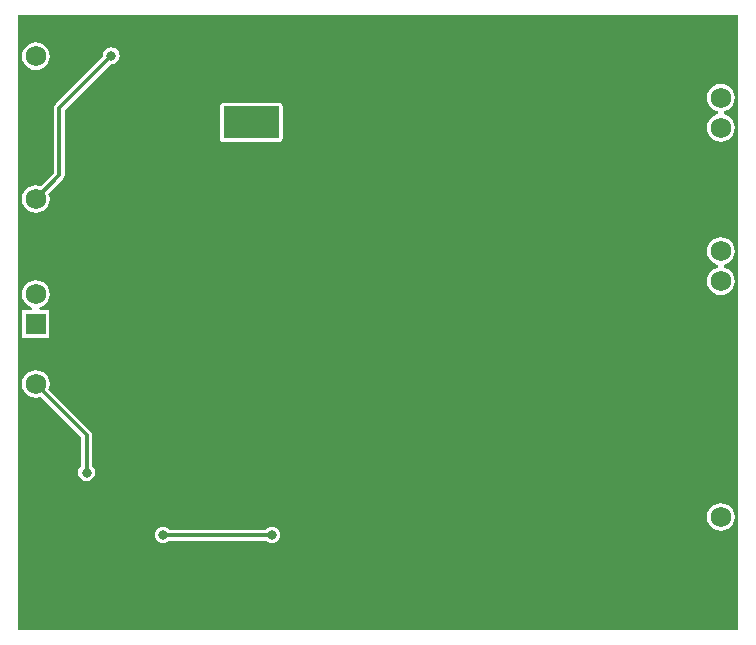
<source format=gbl>
G04 Layer_Physical_Order=2*
G04 Layer_Color=16711680*
%FSLAX24Y24*%
%MOIN*%
G70*
G01*
G75*
%ADD28C,0.0118*%
%ADD29R,0.0680X0.0680*%
%ADD30C,0.0680*%
%ADD31C,0.0236*%
%ADD32C,0.0315*%
G36*
X34055Y10039D02*
X10039D01*
Y30512D01*
X34055D01*
Y10039D01*
D02*
G37*
%LPC*%
G36*
X13150Y29451D02*
X13078Y29442D01*
X13011Y29414D01*
X12953Y29370D01*
X12909Y29312D01*
X12881Y29245D01*
X12872Y29173D01*
X12874Y29153D01*
X11290Y27569D01*
X11250Y27510D01*
X11237Y27441D01*
Y25256D01*
X10800Y24819D01*
X10749Y24840D01*
X10630Y24856D01*
X10510Y24840D01*
X10399Y24794D01*
X10303Y24720D01*
X10230Y24625D01*
X10184Y24513D01*
X10168Y24394D01*
X10184Y24274D01*
X10230Y24163D01*
X10303Y24067D01*
X10399Y23994D01*
X10510Y23947D01*
X10630Y23932D01*
X10749Y23947D01*
X10861Y23994D01*
X10957Y24067D01*
X11030Y24163D01*
X11076Y24274D01*
X11092Y24394D01*
X11076Y24513D01*
X11055Y24564D01*
X11545Y25053D01*
X11584Y25112D01*
X11598Y25181D01*
Y27366D01*
X13130Y28898D01*
X13150Y28895D01*
X13222Y28905D01*
X13289Y28932D01*
X13346Y28977D01*
X13390Y29034D01*
X13418Y29101D01*
X13428Y29173D01*
X13418Y29245D01*
X13390Y29312D01*
X13346Y29370D01*
X13289Y29414D01*
X13222Y29442D01*
X13150Y29451D01*
D02*
G37*
G36*
X10630Y29612D02*
X10510Y29596D01*
X10399Y29550D01*
X10303Y29476D01*
X10230Y29381D01*
X10184Y29269D01*
X10168Y29150D01*
X10184Y29030D01*
X10230Y28919D01*
X10303Y28823D01*
X10399Y28749D01*
X10510Y28703D01*
X10630Y28688D01*
X10749Y28703D01*
X10861Y28749D01*
X10957Y28823D01*
X11030Y28919D01*
X11076Y29030D01*
X11092Y29150D01*
X11076Y29269D01*
X11030Y29381D01*
X10957Y29476D01*
X10861Y29550D01*
X10749Y29596D01*
X10630Y29612D01*
D02*
G37*
G36*
X33465Y28234D02*
X33345Y28218D01*
X33234Y28172D01*
X33138Y28098D01*
X33064Y28003D01*
X33018Y27891D01*
X33003Y27772D01*
X33018Y27652D01*
X33064Y27541D01*
X33138Y27445D01*
X33234Y27372D01*
X33345Y27325D01*
X33370Y27322D01*
Y27221D01*
X33345Y27218D01*
X33234Y27172D01*
X33138Y27098D01*
X33064Y27003D01*
X33018Y26891D01*
X33003Y26772D01*
X33018Y26652D01*
X33064Y26541D01*
X33138Y26445D01*
X33234Y26372D01*
X33345Y26325D01*
X33465Y26310D01*
X33584Y26325D01*
X33696Y26372D01*
X33791Y26445D01*
X33865Y26541D01*
X33911Y26652D01*
X33927Y26772D01*
X33911Y26891D01*
X33865Y27003D01*
X33791Y27098D01*
X33696Y27172D01*
X33584Y27218D01*
X33559Y27221D01*
Y27322D01*
X33584Y27325D01*
X33696Y27372D01*
X33791Y27445D01*
X33865Y27541D01*
X33911Y27652D01*
X33927Y27772D01*
X33911Y27891D01*
X33865Y28003D01*
X33791Y28098D01*
X33696Y28172D01*
X33584Y28218D01*
X33465Y28234D01*
D02*
G37*
G36*
X16890Y27601D02*
X16844Y27592D01*
X16805Y27565D01*
X16779Y27526D01*
X16769Y27480D01*
X16769Y26417D01*
X16779Y26371D01*
X16805Y26332D01*
X16844Y26306D01*
X16890Y26297D01*
X18740Y26297D01*
X18786Y26306D01*
X18825Y26332D01*
X18851Y26371D01*
X18861Y26417D01*
X18861Y27480D01*
X18851Y27526D01*
X18825Y27565D01*
X18786Y27592D01*
X18740Y27601D01*
X16890Y27601D01*
D02*
G37*
G36*
X33465Y23116D02*
X33345Y23100D01*
X33234Y23054D01*
X33138Y22980D01*
X33064Y22885D01*
X33018Y22773D01*
X33003Y22654D01*
X33018Y22534D01*
X33064Y22423D01*
X33138Y22327D01*
X33234Y22253D01*
X33345Y22207D01*
X33370Y22204D01*
Y22103D01*
X33345Y22100D01*
X33234Y22054D01*
X33138Y21980D01*
X33064Y21885D01*
X33018Y21773D01*
X33003Y21654D01*
X33018Y21534D01*
X33064Y21423D01*
X33138Y21327D01*
X33234Y21253D01*
X33345Y21207D01*
X33465Y21192D01*
X33584Y21207D01*
X33696Y21253D01*
X33791Y21327D01*
X33865Y21423D01*
X33911Y21534D01*
X33927Y21654D01*
X33911Y21773D01*
X33865Y21885D01*
X33791Y21980D01*
X33696Y22054D01*
X33584Y22100D01*
X33559Y22103D01*
Y22204D01*
X33584Y22207D01*
X33696Y22253D01*
X33791Y22327D01*
X33865Y22423D01*
X33911Y22534D01*
X33927Y22654D01*
X33911Y22773D01*
X33865Y22885D01*
X33791Y22980D01*
X33696Y23054D01*
X33584Y23100D01*
X33465Y23116D01*
D02*
G37*
G36*
X10630Y21681D02*
X10510Y21665D01*
X10399Y21619D01*
X10303Y21545D01*
X10230Y21450D01*
X10184Y21338D01*
X10168Y21219D01*
X10184Y21099D01*
X10230Y20987D01*
X10303Y20892D01*
X10399Y20818D01*
X10510Y20772D01*
X10491Y20677D01*
X10172D01*
Y19760D01*
X11088D01*
Y20677D01*
X10769D01*
X10749Y20772D01*
X10861Y20818D01*
X10957Y20892D01*
X11030Y20987D01*
X11076Y21099D01*
X11092Y21219D01*
X11076Y21338D01*
X11030Y21450D01*
X10957Y21545D01*
X10861Y21619D01*
X10749Y21665D01*
X10630Y21681D01*
D02*
G37*
G36*
Y18686D02*
X10510Y18671D01*
X10399Y18625D01*
X10303Y18551D01*
X10230Y18455D01*
X10184Y18344D01*
X10168Y18224D01*
X10184Y18105D01*
X10230Y17993D01*
X10303Y17898D01*
X10399Y17824D01*
X10510Y17778D01*
X10630Y17762D01*
X10749Y17778D01*
X10800Y17799D01*
X12142Y16457D01*
Y15484D01*
X12126Y15472D01*
X12082Y15415D01*
X12054Y15348D01*
X12045Y15276D01*
X12054Y15204D01*
X12082Y15137D01*
X12126Y15079D01*
X12184Y15035D01*
X12251Y15007D01*
X12323Y14998D01*
X12395Y15007D01*
X12462Y15035D01*
X12519Y15079D01*
X12564Y15137D01*
X12591Y15204D01*
X12601Y15276D01*
X12591Y15348D01*
X12564Y15415D01*
X12519Y15472D01*
X12503Y15484D01*
Y16531D01*
X12490Y16601D01*
X12451Y16659D01*
X11055Y18054D01*
X11076Y18105D01*
X11092Y18224D01*
X11076Y18344D01*
X11030Y18455D01*
X10957Y18551D01*
X10861Y18625D01*
X10749Y18671D01*
X10630Y18686D01*
D02*
G37*
G36*
X18504Y13467D02*
X18432Y13457D01*
X18365Y13430D01*
X18307Y13386D01*
X18295Y13370D01*
X15091D01*
X15078Y13386D01*
X15021Y13430D01*
X14954Y13457D01*
X14882Y13467D01*
X14810Y13457D01*
X14743Y13430D01*
X14685Y13386D01*
X14641Y13328D01*
X14613Y13261D01*
X14604Y13189D01*
X14613Y13117D01*
X14641Y13050D01*
X14685Y12992D01*
X14743Y12948D01*
X14810Y12920D01*
X14882Y12911D01*
X14954Y12920D01*
X15021Y12948D01*
X15078Y12992D01*
X15091Y13008D01*
X18295D01*
X18307Y12992D01*
X18365Y12948D01*
X18432Y12920D01*
X18504Y12911D01*
X18576Y12920D01*
X18643Y12948D01*
X18700Y12992D01*
X18745Y13050D01*
X18772Y13117D01*
X18782Y13189D01*
X18772Y13261D01*
X18745Y13328D01*
X18700Y13386D01*
X18643Y13430D01*
X18576Y13457D01*
X18504Y13467D01*
D02*
G37*
G36*
X33465Y14257D02*
X33345Y14242D01*
X33234Y14195D01*
X33138Y14122D01*
X33064Y14026D01*
X33018Y13915D01*
X33003Y13795D01*
X33018Y13676D01*
X33064Y13564D01*
X33138Y13469D01*
X33234Y13395D01*
X33345Y13349D01*
X33465Y13333D01*
X33584Y13349D01*
X33696Y13395D01*
X33791Y13469D01*
X33865Y13564D01*
X33911Y13676D01*
X33927Y13795D01*
X33911Y13915D01*
X33865Y14026D01*
X33791Y14122D01*
X33696Y14195D01*
X33584Y14242D01*
X33465Y14257D01*
D02*
G37*
%LPD*%
G36*
X18740Y27480D02*
X18740Y26417D01*
X16890Y26417D01*
X16890Y27480D01*
X18740Y27480D01*
D02*
G37*
D28*
X10630Y24394D02*
X11417Y25181D01*
Y27441D01*
X13150Y29173D01*
X10630Y18224D02*
X12323Y16531D01*
Y15276D02*
Y16531D01*
X14882Y13189D02*
X18504D01*
D29*
X33465Y20654D02*
D03*
Y25772D02*
D03*
Y12795D02*
D03*
X10630Y17224D02*
D03*
Y28150D02*
D03*
Y25394D02*
D03*
Y20219D02*
D03*
D30*
X33465Y22654D02*
D03*
Y21654D02*
D03*
Y27772D02*
D03*
Y26772D02*
D03*
Y13795D02*
D03*
X10630Y18224D02*
D03*
Y29150D02*
D03*
Y24394D02*
D03*
Y21219D02*
D03*
D31*
X19685Y18110D02*
D03*
X24803Y11024D02*
D03*
X23228D02*
D03*
X21654D02*
D03*
X20079D02*
D03*
X18504D02*
D03*
X13780Y10630D02*
D03*
X12205D02*
D03*
X10630D02*
D03*
Y12205D02*
D03*
Y13780D02*
D03*
Y15354D02*
D03*
X18110Y14961D02*
D03*
X18504Y15748D02*
D03*
X20079D02*
D03*
X19291D02*
D03*
X18898Y16535D02*
D03*
X19685D02*
D03*
X20079Y17323D02*
D03*
X19291D02*
D03*
X25984Y24803D02*
D03*
X26772D02*
D03*
X25591Y25591D02*
D03*
X27165D02*
D03*
X26378D02*
D03*
X18898Y23228D02*
D03*
X19685D02*
D03*
X21260D02*
D03*
X20472D02*
D03*
X20079Y24016D02*
D03*
X20866D02*
D03*
X21654D02*
D03*
X27165Y20079D02*
D03*
X26378D02*
D03*
X25591D02*
D03*
X24016D02*
D03*
X23622Y20866D02*
D03*
X22835D02*
D03*
X23228Y21654D02*
D03*
X23622Y22441D02*
D03*
X24409D02*
D03*
X24016Y21654D02*
D03*
X26772Y20866D02*
D03*
X25984D02*
D03*
X25197D02*
D03*
X24409D02*
D03*
X24803Y21654D02*
D03*
X25591D02*
D03*
X26378D02*
D03*
X33465Y17717D02*
D03*
Y19685D02*
D03*
Y24016D02*
D03*
Y24803D02*
D03*
X24016Y30315D02*
D03*
X33465D02*
D03*
X31890D02*
D03*
X30315D02*
D03*
X28740D02*
D03*
X27165D02*
D03*
X25591D02*
D03*
X22441D02*
D03*
X20866D02*
D03*
X14567D02*
D03*
X19291D02*
D03*
X17717D02*
D03*
X16142D02*
D03*
X17126Y27205D02*
D03*
Y26929D02*
D03*
X18504Y27205D02*
D03*
Y26929D02*
D03*
X17126Y26654D02*
D03*
X18504D02*
D03*
D32*
X13150Y29173D02*
D03*
X12323Y15276D02*
D03*
X14882Y13189D02*
D03*
X18504D02*
D03*
X13071Y22165D02*
D03*
M02*

</source>
